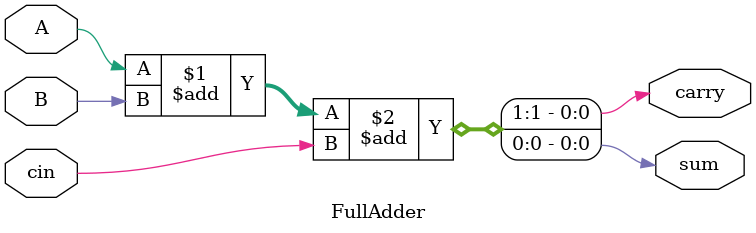
<source format=v>
`ifndef FULLADDER_V
`define FULLADDER_V
/*******************************************************************
*
* Module: FullAdder.v
* Project: Pipelined-RISC-V Processor
* Author: @all
* Description: @inputs: A, B, cin
               @outputs: sum, carry
               @importance: displaying data
*
* Change history: No changes on the implementation done in the lab
*
**********************************************************************/

module FullAdder(
    input A, B,
    input cin,
    output sum,
    output carry
);
    assign {carry, sum} = A + B + cin;

endmodule
`endif
</source>
